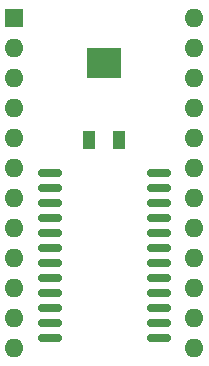
<source format=gbr>
G04 #@! TF.GenerationSoftware,KiCad,Pcbnew,(6.0.7)*
G04 #@! TF.CreationDate,2022-08-15T11:05:51+01:00*
G04 #@! TF.ProjectId,nwX287,6e775832-3837-42e6-9b69-6361645f7063,1a*
G04 #@! TF.SameCoordinates,Original*
G04 #@! TF.FileFunction,Soldermask,Bot*
G04 #@! TF.FilePolarity,Negative*
%FSLAX46Y46*%
G04 Gerber Fmt 4.6, Leading zero omitted, Abs format (unit mm)*
G04 Created by KiCad (PCBNEW (6.0.7)) date 2022-08-15 11:05:51*
%MOMM*%
%LPD*%
G01*
G04 APERTURE LIST*
G04 Aperture macros list*
%AMRoundRect*
0 Rectangle with rounded corners*
0 $1 Rounding radius*
0 $2 $3 $4 $5 $6 $7 $8 $9 X,Y pos of 4 corners*
0 Add a 4 corners polygon primitive as box body*
4,1,4,$2,$3,$4,$5,$6,$7,$8,$9,$2,$3,0*
0 Add four circle primitives for the rounded corners*
1,1,$1+$1,$2,$3*
1,1,$1+$1,$4,$5*
1,1,$1+$1,$6,$7*
1,1,$1+$1,$8,$9*
0 Add four rect primitives between the rounded corners*
20,1,$1+$1,$2,$3,$4,$5,0*
20,1,$1+$1,$4,$5,$6,$7,0*
20,1,$1+$1,$6,$7,$8,$9,0*
20,1,$1+$1,$8,$9,$2,$3,0*%
G04 Aperture macros list end*
%ADD10RoundRect,0.150000X0.875000X0.150000X-0.875000X0.150000X-0.875000X-0.150000X0.875000X-0.150000X0*%
%ADD11O,1.600000X1.600000*%
%ADD12R,1.600000X1.600000*%
%ADD13R,3.000000X2.500000*%
%ADD14R,1.000000X1.600000*%
G04 APERTURE END LIST*
D10*
G04 #@! TO.C,U1*
X129970000Y-92583000D03*
X129970000Y-93853000D03*
X129970000Y-95123000D03*
X129970000Y-96393000D03*
X129970000Y-97663000D03*
X129970000Y-98933000D03*
X129970000Y-100203000D03*
X129970000Y-101473000D03*
X129970000Y-102743000D03*
X129970000Y-104013000D03*
X129970000Y-105283000D03*
X129970000Y-106553000D03*
X139270000Y-106553000D03*
X139270000Y-105283000D03*
X139270000Y-104013000D03*
X139270000Y-102743000D03*
X139270000Y-101473000D03*
X139270000Y-100203000D03*
X139270000Y-98933000D03*
X139270000Y-97663000D03*
X139270000Y-96393000D03*
X139270000Y-95123000D03*
X139270000Y-93853000D03*
X139270000Y-92583000D03*
G04 #@! TD*
D11*
G04 #@! TO.C,U2*
X142240000Y-79459001D03*
X127000000Y-107399001D03*
X142240000Y-81999001D03*
X127000000Y-104859001D03*
X142240000Y-84539001D03*
X127000000Y-102319001D03*
X142240000Y-87079001D03*
X127000000Y-99779001D03*
X142240000Y-89619001D03*
X127000000Y-97239001D03*
X142240000Y-92159001D03*
X127000000Y-94699001D03*
X142240000Y-94699001D03*
X127000000Y-92159001D03*
X142240000Y-97239001D03*
X127000000Y-89619001D03*
X142240000Y-99779001D03*
X127000000Y-87079001D03*
X142240000Y-102319001D03*
X127000000Y-84539001D03*
X142240000Y-104859001D03*
X127000000Y-81999001D03*
X142240000Y-107399001D03*
D12*
X127000000Y-79459001D03*
G04 #@! TD*
D13*
G04 #@! TO.C,Y1*
X134607300Y-83284600D03*
D14*
X135877300Y-89834600D03*
X133337300Y-89834600D03*
G04 #@! TD*
M02*

</source>
